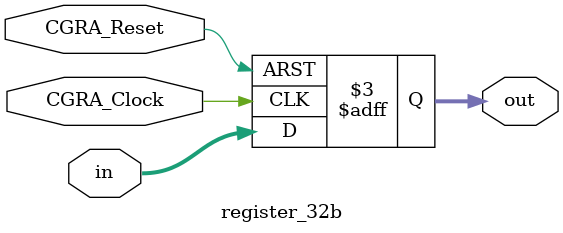
<source format=v>
`timescale 1ns/1ps
module register_32b(CGRA_Clock, CGRA_Reset, in, out);
    parameter size = 32;
    // Specifying the ports
    input CGRA_Clock, CGRA_Reset;
    input [size-1:0] in;
    output reg [size-1:0] out;
    always @(posedge CGRA_Clock, posedge CGRA_Reset)
        if (CGRA_Reset == 1)
            out <= 0;
        else
            out <= in;
endmodule


</source>
